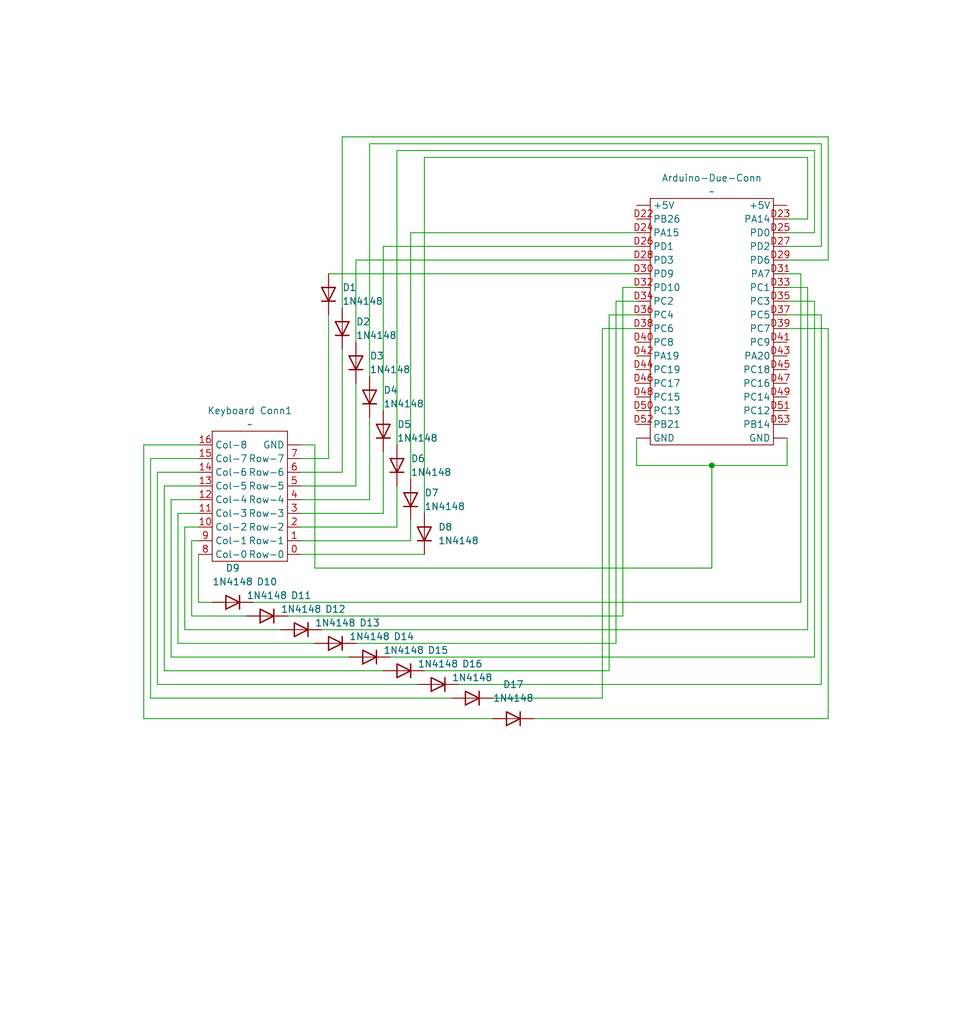
<source format=kicad_sch>
(kicad_sch (version 20231120) (generator "eeschema") (generator_version "8.0")
  (paper "User" 180 190)
  (title_block (title "Keyboard Matrix") (date "2024-09-20"))
  (lib_symbols
    (symbol "Diode:1N4148" (pin_numbers hide) (pin_names hide)
      (property "Reference" "D" (at 0 2.54 0))
      (property "Value" "1N4148" (at 0 -2.54 0))
      (symbol "1N4148_0_1"
        (polyline (pts (xy -1.27 1.27) (xy -1.27 -1.27)) (stroke (width 0.254)))
        (polyline (pts (xy 1.27 0) (xy -1.27 0)))
        (polyline (pts (xy 1.27 1.27) (xy 1.27 -1.27) (xy -1.27 0) (xy 1.27 1.27)) (stroke (width 0.254)))
      )
      (symbol "1N4148_1_1"
        (pin passive line (at -3.81 0 0) (length 2.54) (name "K") (number "1"))
        (pin passive line (at 3.81 0 180) (length 2.54) (name "A") (number "2"))
      )
    )
    (symbol "KeyboardMatrix:Arduino-Due-Conn"
      (property "Reference" "Arduino-Due-Conn" (at 0 -25.4 0))
      (symbol "Arduino-Due-Conn_0_1"
        (polyline (pts (xy -11.43 -22.86) (xy -11.43 22.86)))
        (polyline (pts (xy -11.43 -22.86) (xy 11.43 -22.86)))
        (polyline (pts (xy -11.43 22.86) (xy 11.43 22.86)))
        (polyline (pts (xy 11.43 22.86) (xy 11.43 -22.86)))
      )
      (symbol "Arduino-Due-Conn_1_1"
        (pin output line (at -13.97 21.59 0) (length 2.54) (name "+5V") (number ""))
        (pin output line (at 13.97 21.59 180) (length 2.54) (name "+5V") (number ""))
        (pin passive line (at -13.97 -21.59 0) (length 2.54) (name "GND") (number ""))
        (pin passive line (at 13.97 -21.59 180) (length 2.54) (name "GND") (number ""))
        (pin bidirectional line (at -13.97 19.05 0) (length 2.54) (name "PB26") (number "D22"))
        (pin bidirectional line (at 13.97 19.05 180) (length 2.54) (name "PA14") (number "D23"))
        (pin bidirectional line (at -13.97 16.51 0) (length 2.54) (name "PA15") (number "D24"))
        (pin bidirectional line (at 13.97 16.51 180) (length 2.54) (name "PD0") (number "D25"))
        (pin bidirectional line (at -13.97 13.97 0) (length 2.54) (name "PD1") (number "D26"))
        (pin bidirectional line (at 13.97 13.97 180) (length 2.54) (name "PD2") (number "D27"))
        (pin bidirectional line (at -13.97 11.43 0) (length 2.54) (name "PD3") (number "D28"))
        (pin bidirectional line (at 13.97 11.43 180) (length 2.54) (name "PD6") (number "D29"))
        (pin bidirectional line (at -13.97 8.89 0) (length 2.54) (name "PD9") (number "D30"))
        (pin bidirectional line (at 13.97 8.89 180) (length 2.54) (name "PA7") (number "D31"))
        (pin bidirectional line (at -13.97 6.35 0) (length 2.54) (name "PD10") (number "D32"))
        (pin bidirectional line (at 13.97 6.35 180) (length 2.54) (name "PC1") (number "D33"))
        (pin bidirectional line (at -13.97 3.81 0) (length 2.54) (name "PC2") (number "D34"))
        (pin bidirectional line (at 13.97 3.81 180) (length 2.54) (name "PC3") (number "D35"))
        (pin bidirectional line (at -13.97 1.27 0) (length 2.54) (name "PC4") (number "D36"))
        (pin bidirectional line (at 13.97 1.27 180) (length 2.54) (name "PC5") (number "D37"))
        (pin bidirectional line (at -13.97 -1.27 0) (length 2.54) (name "PC6") (number "D38"))
        (pin bidirectional line (at 13.97 -1.27 180) (length 2.54) (name "PC7") (number "D39"))
        (pin bidirectional line (at -13.97 -3.81 0) (length 2.54) (name "PC8") (number "D40"))
        (pin bidirectional line (at 13.97 -3.81 180) (length 2.54) (name "PC9") (number "D41"))
        (pin bidirectional line (at -13.97 -6.35 0) (length 2.54) (name "PA19") (number "D42"))
        (pin bidirectional line (at 13.97 -6.35 180) (length 2.54) (name "PA20") (number "D43"))
        (pin bidirectional line (at -13.97 -8.89 0) (length 2.54) (name "PC19") (number "D44"))
        (pin bidirectional line (at 13.97 -8.89 180) (length 2.54) (name "PC18") (number "D45"))
        (pin bidirectional line (at -13.97 -11.43 0) (length 2.54) (name "PC17") (number "D46"))
        (pin bidirectional line (at 13.97 -11.43 180) (length 2.54) (name "PC16") (number "D47"))
        (pin bidirectional line (at -13.97 -13.97 0) (length 2.54) (name "PC15") (number "D48"))
        (pin bidirectional line (at 13.97 -13.97 180) (length 2.54) (name "PC14") (number "D49"))
        (pin bidirectional line (at -13.97 -16.51 0) (length 2.54) (name "PC13") (number "D50"))
        (pin bidirectional line (at 13.97 -16.51 180) (length 2.54) (name "PC12") (number "D51"))
        (pin bidirectional line (at -13.97 -19.05 0) (length 2.54) (name "PB21") (number "D52"))
        (pin bidirectional line (at 13.97 -19.05 180) (length 2.54) (name "PB14") (number "D53"))
      )
    )
    (symbol "KeyboardMatrix:Keyboard-Conn"
      (property "Reference" "Keyboard Conn" (at 0 -13.97 0))
      (symbol "Keyboard-Conn_0_1"
        (polyline (pts (xy -7.62 -11.43) (xy -7.62 12.7)))
        (polyline (pts (xy -7.62 -11.43) (xy 6.35 -11.43)))
        (polyline (pts (xy -7.62 12.7) (xy 6.35 12.7)))
        (polyline (pts (xy 6.35 -11.43) (xy 6.35 12.7)))
      )
      (symbol "Keyboard-Conn_1_1"
        (pin passive line (at 8.89 10.16 180) (length 2.54) (name "GND") (number ""))
        (pin output line (at 8.89 -10.16 180) (length 2.54) (name "Row-0") (number "0"))
        (pin output line (at 8.89 -7.62 180) (length 2.54) (name "Row-1") (number "1"))
        (pin input line (at -10.16 -5.08 0) (length 2.54) (name "Col-2") (number "10"))
        (pin input line (at -10.16 -2.54 0) (length 2.54) (name "Col-3") (number "11"))
        (pin input line (at -10.16 0 0) (length 2.54) (name "Col-4") (number "12"))
        (pin input line (at -10.16 2.54 0) (length 2.54) (name "Col-5") (number "13"))
        (pin input line (at -10.16 5.08 0) (length 2.54) (name "Col-6") (number "14"))
        (pin input line (at -10.16 7.62 0) (length 2.54) (name "Col-7") (number "15"))
        (pin input line (at -10.16 10.16 0) (length 2.54) (name "Col-8") (number "16"))
        (pin output line (at 8.89 -5.08 180) (length 2.54) (name "Row-2") (number "2"))
        (pin output line (at 8.89 -2.54 180) (length 2.54) (name "Row-3") (number "3"))
        (pin output line (at 8.89 0 180) (length 2.54) (name "Row-4") (number "4"))
        (pin output line (at 8.89 2.54 180) (length 2.54) (name "Row-5") (number "5"))
        (pin output line (at 8.89 5.08 180) (length 2.54) (name "Row-6") (number "6"))
        (pin output line (at 8.89 7.62 180) (length 2.54) (name "Row-7") (number "7"))
        (pin input line (at -10.16 -10.16 0) (length 2.54) (name "Col-0") (number "8"))
        (pin input line (at -10.16 -7.62 0) (length 2.54) (name "Col-1") (number "9"))
      )
    )
  )
  (junction (at 132.08 86.36))
  (wire (pts (xy 132.08 86.36) (xy 132.08 105.41)))
  (wire (pts (xy 91.44 129.54) (xy 111.76 129.54)))
  (wire (pts (xy 60.96 58.42) (xy 60.96 85.09)))
  (wire (pts (xy 71.12 83.82) (xy 71.12 95.25)))
  (wire (pts (xy 68.58 77.47) (xy 68.58 92.71)))
  (wire (pts (xy 118.11 53.34) (xy 115.57 53.34)))
  (wire (pts (xy 55.88 85.09) (xy 60.96 85.09)))
  (wire (pts (xy 153.67 60.96) (xy 153.67 133.35)))
  (wire (pts (xy 58.42 119.38) (xy 33.02 119.38)))
  (wire (pts (xy 36.83 102.87) (xy 36.83 111.76)))
  (wire (pts (xy 118.11 58.42) (xy 113.03 58.42)))
  (wire (pts (xy 152.4 58.42) (xy 146.05 58.42)))
  (wire (pts (xy 27.94 129.54) (xy 83.82 129.54)))
  (wire (pts (xy 55.88 87.63) (xy 63.5 87.63)))
  (wire (pts (xy 66.04 48.26) (xy 66.04 63.5)))
  (wire (pts (xy 118.11 81.28) (xy 118.11 86.36)))
  (wire (pts (xy 34.29 97.79) (xy 34.29 116.84)))
  (wire (pts (xy 35.56 100.33) (xy 36.83 100.33)))
  (wire (pts (xy 27.94 85.09) (xy 27.94 129.54)))
  (wire (pts (xy 73.66 82.55) (xy 73.66 27.94)))
  (wire (pts (xy 46.99 111.76) (xy 148.59 111.76)))
  (wire (pts (xy 148.59 50.8) (xy 146.05 50.8)))
  (wire (pts (xy 113.03 124.46) (xy 78.74 124.46)))
  (wire (pts (xy 91.44 133.35) (xy 26.67 133.35)))
  (wire (pts (xy 45.72 114.3) (xy 35.56 114.3)))
  (wire (pts (xy 118.11 86.36) (xy 132.08 86.36)))
  (wire (pts (xy 118.11 50.8) (xy 60.96 50.8)))
  (wire (pts (xy 63.5 64.77) (xy 63.5 87.63)))
  (wire (pts (xy 35.56 114.3) (xy 35.56 100.33)))
  (wire (pts (xy 33.02 119.38) (xy 33.02 95.25)))
  (wire (pts (xy 55.88 95.25) (xy 71.12 95.25)))
  (wire (pts (xy 153.67 25.4) (xy 153.67 48.26)))
  (wire (pts (xy 63.5 57.15) (xy 63.5 25.4)))
  (wire (pts (xy 26.67 82.55) (xy 36.83 82.55)))
  (wire (pts (xy 149.86 116.84) (xy 149.86 53.34)))
  (wire (pts (xy 30.48 90.17) (xy 36.83 90.17)))
  (wire (pts (xy 152.4 45.72) (xy 146.05 45.72)))
  (wire (pts (xy 146.05 60.96) (xy 153.67 60.96)))
  (wire (pts (xy 36.83 111.76) (xy 39.37 111.76)))
  (wire (pts (xy 118.11 55.88) (xy 114.3 55.88)))
  (wire (pts (xy 118.11 48.26) (xy 66.04 48.26)))
  (wire (pts (xy 111.76 129.54) (xy 111.76 60.96)))
  (wire (pts (xy 29.21 87.63) (xy 29.21 127)))
  (wire (pts (xy 132.08 86.36) (xy 146.05 86.36)))
  (wire (pts (xy 146.05 86.36) (xy 146.05 81.28)))
  (wire (pts (xy 31.75 92.71) (xy 31.75 121.92)))
  (wire (pts (xy 58.42 82.55) (xy 55.88 82.55)))
  (wire (pts (xy 118.11 45.72) (xy 71.12 45.72)))
  (wire (pts (xy 72.39 121.92) (xy 151.13 121.92)))
  (wire (pts (xy 55.88 100.33) (xy 76.2 100.33)))
  (wire (pts (xy 153.67 48.26) (xy 146.05 48.26)))
  (wire (pts (xy 151.13 55.88) (xy 146.05 55.88)))
  (wire (pts (xy 114.3 55.88) (xy 114.3 119.38)))
  (wire (pts (xy 149.86 53.34) (xy 146.05 53.34)))
  (wire (pts (xy 33.02 95.25) (xy 36.83 95.25)))
  (wire (pts (xy 78.74 95.25) (xy 78.74 29.21)))
  (wire (pts (xy 55.88 97.79) (xy 73.66 97.79)))
  (wire (pts (xy 66.04 71.12) (xy 66.04 90.17)))
  (wire (pts (xy 78.74 29.21) (xy 149.86 29.21)))
  (wire (pts (xy 26.67 133.35) (xy 26.67 82.55)))
  (wire (pts (xy 58.42 105.41) (xy 58.42 82.55)))
  (wire (pts (xy 85.09 127) (xy 152.4 127)))
  (wire (pts (xy 36.83 97.79) (xy 34.29 97.79)))
  (wire (pts (xy 36.83 87.63) (xy 29.21 87.63)))
  (wire (pts (xy 151.13 121.92) (xy 151.13 55.88)))
  (wire (pts (xy 55.88 92.71) (xy 68.58 92.71)))
  (wire (pts (xy 71.12 124.46) (xy 30.48 124.46)))
  (wire (pts (xy 73.66 90.17) (xy 73.66 97.79)))
  (wire (pts (xy 152.4 26.67) (xy 152.4 45.72)))
  (wire (pts (xy 115.57 53.34) (xy 115.57 114.3)))
  (wire (pts (xy 152.4 127) (xy 152.4 58.42)))
  (wire (pts (xy 149.86 40.64) (xy 146.05 40.64)))
  (wire (pts (xy 29.21 127) (xy 77.47 127)))
  (wire (pts (xy 151.13 43.18) (xy 146.05 43.18)))
  (wire (pts (xy 148.59 111.76) (xy 148.59 50.8)))
  (wire (pts (xy 71.12 45.72) (xy 71.12 76.2)))
  (wire (pts (xy 151.13 27.94) (xy 151.13 43.18)))
  (wire (pts (xy 34.29 116.84) (xy 52.07 116.84)))
  (wire (pts (xy 36.83 92.71) (xy 31.75 92.71)))
  (wire (pts (xy 115.57 114.3) (xy 53.34 114.3)))
  (wire (pts (xy 76.2 43.18) (xy 76.2 88.9)))
  (wire (pts (xy 30.48 124.46) (xy 30.48 90.17)))
  (wire (pts (xy 59.69 116.84) (xy 149.86 116.84)))
  (wire (pts (xy 153.67 133.35) (xy 99.06 133.35)))
  (wire (pts (xy 132.08 105.41) (xy 58.42 105.41)))
  (wire (pts (xy 111.76 60.96) (xy 118.11 60.96)))
  (wire (pts (xy 55.88 90.17) (xy 66.04 90.17)))
  (wire (pts (xy 149.86 29.21) (xy 149.86 40.64)))
  (wire (pts (xy 118.11 43.18) (xy 76.2 43.18)))
  (wire (pts (xy 73.66 27.94) (xy 151.13 27.94)))
  (wire (pts (xy 36.83 85.09) (xy 27.94 85.09)))
  (wire (pts (xy 31.75 121.92) (xy 64.77 121.92)))
  (wire (pts (xy 76.2 96.52) (xy 76.2 100.33)))
  (wire (pts (xy 68.58 26.67) (xy 152.4 26.67)))
  (wire (pts (xy 55.88 102.87) (xy 78.74 102.87)))
  (wire (pts (xy 114.3 119.38) (xy 66.04 119.38)))
  (wire (pts (xy 63.5 25.4) (xy 153.67 25.4)))
  (wire (pts (xy 113.03 58.42) (xy 113.03 124.46)))
  (wire (pts (xy 68.58 69.85) (xy 68.58 26.67)))
  (symbol (lib_id "Diode:1N4148") (at 73.66 86.36 90) (unit 1)
    (property "Reference" "D6" (at 76.2 85.0899 90) (effects (justify right)))
    (property "Value" "1N4148" (at 76.2 87.6299 90) (effects (justify right)))
    (property "Footprint" "Diode_THT:D_DO-35_SOD27_P7.62mm_Horizontal" (effects (hide yes)))
    (property "Datasheet" "https://assets.nexperia.com/documents/data-sheet/1N4148_1N4448.pdf" (effects (hide yes)))
    (property "Description" "100V 0.15A standard switching diode, DO-35" (effects (hide yes)))
    (property "Sim.Device" "D" (effects (hide yes)))
    (property "Sim.Pins" "1=K 2=A" (effects (hide yes)))
  )
  (symbol (lib_id "Diode:1N4148") (at 74.93 124.46 180) (unit 1)
    (property "Reference" "D14" (at 74.93 118.11 0))
    (property "Value" "1N4148" (at 74.93 120.65 0))
    (property "Footprint" "Diode_THT:D_DO-35_SOD27_P7.62mm_Horizontal" (effects (hide yes)))
    (property "Datasheet" "https://assets.nexperia.com/documents/data-sheet/1N4148_1N4448.pdf" (effects (hide yes)))
    (property "Description" "100V 0.15A standard switching diode, DO-35" (effects (hide yes)))
    (property "Sim.Device" "D" (effects (hide yes)))
    (property "Sim.Pins" "1=K 2=A" (effects (hide yes)))
  )
  (symbol (lib_id "Diode:1N4148") (at 49.53 114.3 180) (unit 1)
    (property "Reference" "D10" (at 49.53 107.95 0))
    (property "Value" "1N4148" (at 49.53 110.49 0))
    (property "Footprint" "Diode_THT:D_DO-35_SOD27_P7.62mm_Horizontal" (effects (hide yes)))
    (property "Datasheet" "https://assets.nexperia.com/documents/data-sheet/1N4148_1N4448.pdf" (effects (hide yes)))
    (property "Description" "100V 0.15A standard switching diode, DO-35" (effects (hide yes)))
    (property "Sim.Device" "D" (effects (hide yes)))
    (property "Sim.Pins" "1=K 2=A" (effects (hide yes)))
  )
  (symbol (lib_id "Diode:1N4148") (at 62.23 119.38 180) (unit 1)
    (property "Reference" "D12" (at 62.23 113.03 0))
    (property "Value" "1N4148" (at 62.23 115.57 0))
    (property "Footprint" "Diode_THT:D_DO-35_SOD27_P7.62mm_Horizontal" (effects (hide yes)))
    (property "Datasheet" "https://assets.nexperia.com/documents/data-sheet/1N4148_1N4448.pdf" (effects (hide yes)))
    (property "Description" "100V 0.15A standard switching diode, DO-35" (effects (hide yes)))
    (property "Sim.Device" "D" (effects (hide yes)))
    (property "Sim.Pins" "1=K 2=A" (effects (hide yes)))
  )
  (symbol (lib_id "Diode:1N4148") (at 68.58 73.66 90) (unit 1)
    (property "Reference" "D4" (at 71.12 72.3899 90) (effects (justify right)))
    (property "Value" "1N4148" (at 71.12 74.9299 90) (effects (justify right)))
    (property "Footprint" "Diode_THT:D_DO-35_SOD27_P7.62mm_Horizontal" (effects (hide yes)))
    (property "Datasheet" "https://assets.nexperia.com/documents/data-sheet/1N4148_1N4448.pdf" (effects (hide yes)))
    (property "Description" "100V 0.15A standard switching diode, DO-35" (effects (hide yes)))
    (property "Sim.Device" "D" (effects (hide yes)))
    (property "Sim.Pins" "1=K 2=A" (effects (hide yes)))
  )
  (symbol (lib_id "Diode:1N4148") (at 63.5 60.96 90) (unit 1)
    (property "Reference" "D2" (at 66.04 59.6899 90) (effects (justify right)))
    (property "Value" "1N4148" (at 66.04 62.2299 90) (effects (justify right)))
    (property "Footprint" "Diode_THT:D_DO-35_SOD27_P7.62mm_Horizontal" (effects (hide yes)))
    (property "Datasheet" "https://assets.nexperia.com/documents/data-sheet/1N4148_1N4448.pdf" (effects (hide yes)))
    (property "Description" "100V 0.15A standard switching diode, DO-35" (effects (hide yes)))
    (property "Sim.Device" "D" (effects (hide yes)))
    (property "Sim.Pins" "1=K 2=A" (effects (hide yes)))
  )
  (symbol (lib_id "Diode:1N4148") (at 81.28 127 180) (unit 1)
    (property "Reference" "D15" (at 81.28 120.65 0))
    (property "Value" "1N4148" (at 81.28 123.19 0))
    (property "Footprint" "Diode_THT:D_DO-35_SOD27_P7.62mm_Horizontal" (effects (hide yes)))
    (property "Datasheet" "https://assets.nexperia.com/documents/data-sheet/1N4148_1N4448.pdf" (effects (hide yes)))
    (property "Description" "100V 0.15A standard switching diode, DO-35" (effects (hide yes)))
    (property "Sim.Device" "D" (effects (hide yes)))
    (property "Sim.Pins" "1=K 2=A" (effects (hide yes)))
  )
  (symbol (lib_id "Diode:1N4148") (at 76.2 92.71 90) (unit 1)
    (property "Reference" "D7" (at 78.74 91.4399 90) (effects (justify right)))
    (property "Value" "1N4148" (at 78.74 93.9799 90) (effects (justify right)))
    (property "Footprint" "Diode_THT:D_DO-35_SOD27_P7.62mm_Horizontal" (effects (hide yes)))
    (property "Datasheet" "https://assets.nexperia.com/documents/data-sheet/1N4148_1N4448.pdf" (effects (hide yes)))
    (property "Description" "100V 0.15A standard switching diode, DO-35" (effects (hide yes)))
    (property "Sim.Device" "D" (effects (hide yes)))
    (property "Sim.Pins" "1=K 2=A" (effects (hide yes)))
  )
  (symbol (lib_id "Diode:1N4148") (at 60.96 54.61 90) (unit 1)
    (property "Reference" "D1" (at 63.5 53.3399 90) (effects (justify right)))
    (property "Value" "1N4148" (at 63.5 55.8799 90) (effects (justify right)))
    (property "Footprint" "Diode_THT:D_DO-35_SOD27_P7.62mm_Horizontal" (effects (hide yes)))
    (property "Datasheet" "https://assets.nexperia.com/documents/data-sheet/1N4148_1N4448.pdf" (effects (hide yes)))
    (property "Description" "100V 0.15A standard switching diode, DO-35" (effects (hide yes)))
    (property "Sim.Device" "D" (effects (hide yes)))
    (property "Sim.Pins" "1=K 2=A" (effects (hide yes)))
  )
  (symbol (lib_id "Diode:1N4148") (at 95.25 133.35 180) (unit 1)
    (property "Reference" "D17" (at 95.25 127 0))
    (property "Value" "1N4148" (at 95.25 129.54 0))
    (property "Footprint" "Diode_THT:D_DO-35_SOD27_P7.62mm_Horizontal" (effects (hide yes)))
    (property "Datasheet" "https://assets.nexperia.com/documents/data-sheet/1N4148_1N4448.pdf" (effects (hide yes)))
    (property "Description" "100V 0.15A standard switching diode, DO-35" (effects (hide yes)))
    (property "Sim.Device" "D" (effects (hide yes)))
    (property "Sim.Pins" "1=K 2=A" (effects (hide yes)))
  )
  (symbol (lib_id "Diode:1N4148") (at 66.04 67.31 90) (unit 1)
    (property "Reference" "D3" (at 68.58 66.0399 90) (effects (justify right)))
    (property "Value" "1N4148" (at 68.58 68.5799 90) (effects (justify right)))
    (property "Footprint" "Diode_THT:D_DO-35_SOD27_P2.54mm_Vertical_AnodeUp" (effects (hide yes)))
    (property "Datasheet" "https://assets.nexperia.com/documents/data-sheet/1N4148_1N4448.pdf" (effects (hide yes)))
    (property "Description" "100V 0.15A standard switching diode, DO-35" (effects (hide yes)))
    (property "Sim.Device" "D" (effects (hide yes)))
    (property "Sim.Pins" "1=K 2=A" (effects (hide yes)))
  )
  (symbol (lib_id "KeyboardMatrix:Arduino-Due-Conn") (at 132.08 59.69 0) (unit 1)
    (property "Reference" "Arduino-Due-Conn" (at 132.08 33.02 0))
    (property "Value" "~" (at 132.08 35.56 0))
  )
  (symbol (lib_id "Diode:1N4148") (at 43.18 111.76 180) (unit 1)
    (property "Reference" "D9" (at 43.18 105.41 0))
    (property "Value" "1N4148" (at 43.18 107.95 0))
    (property "Footprint" "Diode_THT:D_DO-35_SOD27_P7.62mm_Horizontal" (effects (hide yes)))
    (property "Datasheet" "https://assets.nexperia.com/documents/data-sheet/1N4148_1N4448.pdf" (effects (hide yes)))
    (property "Description" "100V 0.15A standard switching diode, DO-35" (effects (hide yes)))
    (property "Sim.Device" "D" (effects (hide yes)))
    (property "Sim.Pins" "1=K 2=A" (effects (hide yes)))
  )
  (symbol (lib_id "Diode:1N4148") (at 55.88 116.84 180) (unit 1)
    (property "Reference" "D11" (at 55.88 110.49 0))
    (property "Value" "1N4148" (at 55.88 113.03 0))
    (property "Footprint" "Diode_THT:D_DO-35_SOD27_P7.62mm_Horizontal" (effects (hide yes)))
    (property "Datasheet" "https://assets.nexperia.com/documents/data-sheet/1N4148_1N4448.pdf" (effects (hide yes)))
    (property "Description" "100V 0.15A standard switching diode, DO-35" (effects (hide yes)))
    (property "Sim.Device" "D" (effects (hide yes)))
    (property "Sim.Pins" "1=K 2=A" (effects (hide yes)))
  )
  (symbol (lib_id "Diode:1N4148") (at 68.58 121.92 180) (unit 1)
    (property "Reference" "D13" (at 68.58 115.57 0))
    (property "Value" "1N4148" (at 68.58 118.11 0))
    (property "Footprint" "Diode_THT:D_DO-35_SOD27_P7.62mm_Horizontal" (effects (hide yes)))
    (property "Datasheet" "https://assets.nexperia.com/documents/data-sheet/1N4148_1N4448.pdf" (effects (hide yes)))
    (property "Description" "100V 0.15A standard switching diode, DO-35" (effects (hide yes)))
    (property "Sim.Device" "D" (effects (hide yes)))
    (property "Sim.Pins" "1=K 2=A" (effects (hide yes)))
  )
  (symbol (lib_id "Diode:1N4148") (at 78.74 99.06 90) (unit 1)
    (property "Reference" "D8" (at 81.28 97.7899 90) (effects (justify right)))
    (property "Value" "1N4148" (at 81.28 100.3299 90) (effects (justify right)))
    (property "Footprint" "Diode_THT:D_DO-35_SOD27_P7.62mm_Horizontal" (effects (hide yes)))
    (property "Datasheet" "https://assets.nexperia.com/documents/data-sheet/1N4148_1N4448.pdf" (effects (hide yes)))
    (property "Description" "100V 0.15A standard switching diode, DO-35" (effects (hide yes)))
    (property "Sim.Device" "D" (effects (hide yes)))
    (property "Sim.Pins" "1=K 2=A" (effects (hide yes)))
  )
  (symbol (lib_id "Diode:1N4148") (at 87.63 129.54 180) (unit 1)
    (property "Reference" "D16" (at 87.63 123.19 0))
    (property "Value" "1N4148" (at 87.63 125.73 0))
    (property "Footprint" "Diode_THT:D_DO-35_SOD27_P7.62mm_Horizontal" (effects (hide yes)))
    (property "Datasheet" "https://assets.nexperia.com/documents/data-sheet/1N4148_1N4448.pdf" (effects (hide yes)))
    (property "Description" "100V 0.15A standard switching diode, DO-35" (effects (hide yes)))
    (property "Sim.Device" "D" (effects (hide yes)))
    (property "Sim.Pins" "1=K 2=A" (effects (hide yes)))
  )
  (symbol (lib_id "Diode:1N4148") (at 71.12 80.01 90) (unit 1)
    (property "Reference" "D5" (at 73.66 78.7399 90) (effects (justify right)))
    (property "Value" "1N4148" (at 73.66 81.2799 90) (effects (justify right)))
    (property "Footprint" "Diode_THT:D_DO-35_SOD27_P7.62mm_Horizontal" (effects (hide yes)))
    (property "Datasheet" "https://assets.nexperia.com/documents/data-sheet/1N4148_1N4448.pdf" (effects (hide yes)))
    (property "Description" "100V 0.15A standard switching diode, DO-35" (effects (hide yes)))
    (property "Sim.Device" "D" (effects (hide yes)))
    (property "Sim.Pins" "1=K 2=A" (effects (hide yes)))
  )
  (symbol (lib_id "KeyboardMatrix:Keyboard-Conn") (at 46.99 92.71 0) (unit 1)
    (property "Reference" "Keyboard Conn1" (at 46.355 76.2 0))
    (property "Value" "~" (at 46.355 78.74 0))
  )
)
</source>
